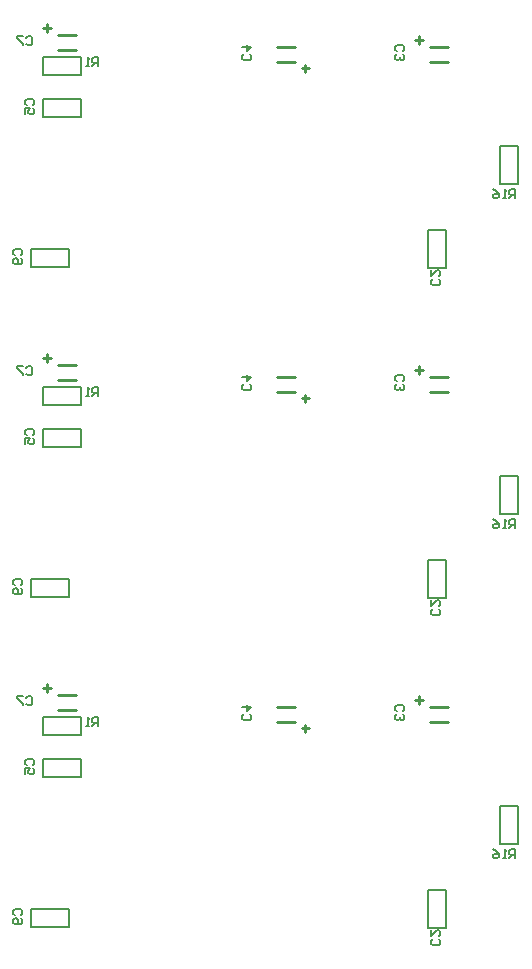
<source format=gbo>
%FSLAX24Y24*%
%MOIN*%
G70*
G01*
G75*
G04 Layer_Color=32896*
%ADD10R,0.0320X0.0360*%
%ADD11O,0.0236X0.0866*%
%ADD12R,0.0385X0.0520*%
%ADD13R,0.0360X0.0320*%
%ADD14R,0.0800X0.0260*%
%ADD15C,0.0250*%
%ADD16C,0.1250*%
%ADD17C,0.0591*%
%ADD18R,0.0591X0.0591*%
%ADD19R,0.0591X0.0591*%
%ADD20C,0.0500*%
%ADD21R,0.0600X0.0600*%
%ADD22C,0.0100*%
%ADD23C,0.0098*%
%ADD24C,0.0080*%
%ADD25C,0.0079*%
%ADD26C,0.0050*%
%ADD27R,0.0400X0.0440*%
%ADD28O,0.0316X0.0946*%
%ADD29R,0.0465X0.0600*%
%ADD30R,0.0440X0.0400*%
%ADD31R,0.0880X0.0340*%
%ADD32C,0.1330*%
%ADD33C,0.0671*%
%ADD34R,0.0671X0.0671*%
%ADD35R,0.0671X0.0671*%
%ADD36C,0.0580*%
%ADD37R,0.0680X0.0680*%
D22*
X30296Y25798D02*
X30896D01*
X30296Y26298D02*
X30896D01*
X29946Y26398D02*
Y26648D01*
X29821Y26523D02*
X30071D01*
X42696Y25398D02*
X43296D01*
X42696Y25898D02*
X43296D01*
X42346Y25998D02*
Y26248D01*
X42221Y26123D02*
X42471D01*
X37604Y25902D02*
X38204D01*
X37604Y25402D02*
X38204D01*
X38554Y25052D02*
Y25302D01*
X38429Y25177D02*
X38679D01*
X30296Y36798D02*
X30896D01*
X30296Y37298D02*
X30896D01*
X29946Y37398D02*
Y37648D01*
X29821Y37523D02*
X30071D01*
X42696Y36398D02*
X43296D01*
X42696Y36898D02*
X43296D01*
X42346Y36998D02*
Y37248D01*
X42221Y37123D02*
X42471D01*
X37604Y36902D02*
X38204D01*
X37604Y36402D02*
X38204D01*
X38554Y36052D02*
Y36302D01*
X38429Y36177D02*
X38679D01*
X30296Y47798D02*
X30896D01*
X30296Y48298D02*
X30896D01*
X29946Y48398D02*
Y48648D01*
X29821Y48523D02*
X30071D01*
X42696Y47398D02*
X43296D01*
X42696Y47898D02*
X43296D01*
X42346Y47998D02*
Y48248D01*
X42221Y48123D02*
X42471D01*
X37604Y47902D02*
X38204D01*
X37604Y47402D02*
X38204D01*
X38554Y47052D02*
Y47302D01*
X38429Y47177D02*
X38679D01*
D24*
X29420Y18550D02*
Y19150D01*
Y18550D02*
X30680D01*
X29420Y19150D02*
X30680D01*
Y18550D02*
Y19150D01*
X31080Y24950D02*
Y25550D01*
X29820D02*
X31080D01*
X29820Y24950D02*
X31080D01*
X29820D02*
Y25550D01*
X45050Y21320D02*
X45650D01*
Y22580D01*
X45050Y21320D02*
Y22580D01*
X45650D01*
X42650Y19780D02*
X43250D01*
X42650Y18520D02*
Y19780D01*
X43250Y18520D02*
Y19780D01*
X42650Y18520D02*
X43250D01*
X29820Y23550D02*
Y24150D01*
Y23550D02*
X31080D01*
X29820Y24150D02*
X31080D01*
Y23550D02*
Y24150D01*
X29420Y29550D02*
Y30150D01*
Y29550D02*
X30680D01*
X29420Y30150D02*
X30680D01*
Y29550D02*
Y30150D01*
X31080Y35950D02*
Y36550D01*
X29820D02*
X31080D01*
X29820Y35950D02*
X31080D01*
X29820D02*
Y36550D01*
X45050Y32320D02*
X45650D01*
Y33580D01*
X45050Y32320D02*
Y33580D01*
X45650D01*
X42650Y30780D02*
X43250D01*
X42650Y29520D02*
Y30780D01*
X43250Y29520D02*
Y30780D01*
X42650Y29520D02*
X43250D01*
X29820Y34550D02*
Y35150D01*
Y34550D02*
X31080D01*
X29820Y35150D02*
X31080D01*
Y34550D02*
Y35150D01*
X29420Y40550D02*
Y41150D01*
Y40550D02*
X30680D01*
X29420Y41150D02*
X30680D01*
Y40550D02*
Y41150D01*
X31080Y46950D02*
Y47550D01*
X29820D02*
X31080D01*
X29820Y46950D02*
X31080D01*
X29820D02*
Y47550D01*
X45050Y43320D02*
X45650D01*
Y44580D01*
X45050Y43320D02*
Y44580D01*
X45650D01*
X42650Y41780D02*
X43250D01*
X42650Y40520D02*
Y41780D01*
X43250Y40520D02*
Y41780D01*
X42650Y40520D02*
X43250D01*
X29820Y45550D02*
Y46150D01*
Y45550D02*
X31080D01*
X29820Y46150D02*
X31080D01*
Y45550D02*
Y46150D01*
D26*
X28875Y18945D02*
X28825Y18995D01*
Y19095D01*
X28875Y19145D01*
X29075D01*
X29125Y19095D01*
Y18995D01*
X29075Y18945D01*
Y18845D02*
X29125Y18795D01*
Y18695D01*
X29075Y18645D01*
X28875D01*
X28825Y18695D01*
Y18795D01*
X28875Y18845D01*
X28925D01*
X28975Y18795D01*
Y18645D01*
X45550Y20850D02*
Y21150D01*
X45400D01*
X45350Y21100D01*
Y21000D01*
X45400Y20950D01*
X45550D01*
X45450D02*
X45350Y20850D01*
X45250D02*
X45150D01*
X45200D01*
Y21150D01*
X45250Y21100D01*
X44800Y21150D02*
X44900Y21100D01*
X45000Y21000D01*
Y20900D01*
X44950Y20850D01*
X44850D01*
X44800Y20900D01*
Y20950D01*
X44850Y21000D01*
X45000D01*
X31650Y25250D02*
Y25550D01*
X31500D01*
X31450Y25500D01*
Y25400D01*
X31500Y25350D01*
X31650D01*
X31550D02*
X31450Y25250D01*
X31350D02*
X31250D01*
X31300D01*
Y25550D01*
X31350Y25500D01*
X29250Y26200D02*
X29300Y26250D01*
X29400D01*
X29450Y26200D01*
Y26000D01*
X29400Y25950D01*
X29300D01*
X29250Y26000D01*
X29150Y26250D02*
X28950D01*
Y26200D01*
X29150Y26000D01*
Y25950D01*
X29275Y23945D02*
X29225Y23995D01*
Y24095D01*
X29275Y24145D01*
X29475D01*
X29525Y24095D01*
Y23995D01*
X29475Y23945D01*
X29225Y23645D02*
Y23845D01*
X29375D01*
X29325Y23745D01*
Y23695D01*
X29375Y23645D01*
X29475D01*
X29525Y23695D01*
Y23795D01*
X29475Y23845D01*
X36700Y25650D02*
X36750Y25600D01*
Y25500D01*
X36700Y25450D01*
X36500D01*
X36450Y25500D01*
Y25600D01*
X36500Y25650D01*
X36450Y25900D02*
X36750D01*
X36600Y25750D01*
Y25950D01*
X41600Y25750D02*
X41550Y25800D01*
Y25900D01*
X41600Y25950D01*
X41800D01*
X41850Y25900D01*
Y25800D01*
X41800Y25750D01*
X41600Y25650D02*
X41550Y25600D01*
Y25500D01*
X41600Y25450D01*
X41650D01*
X41700Y25500D01*
Y25550D01*
Y25500D01*
X41750Y25450D01*
X41800D01*
X41850Y25500D01*
Y25600D01*
X41800Y25650D01*
X43000Y18150D02*
X43050Y18100D01*
Y18000D01*
X43000Y17950D01*
X42800D01*
X42750Y18000D01*
Y18100D01*
X42800Y18150D01*
X42750Y18450D02*
Y18250D01*
X42950Y18450D01*
X43000D01*
X43050Y18400D01*
Y18300D01*
X43000Y18250D01*
X28875Y29945D02*
X28825Y29995D01*
Y30095D01*
X28875Y30145D01*
X29075D01*
X29125Y30095D01*
Y29995D01*
X29075Y29945D01*
Y29845D02*
X29125Y29795D01*
Y29695D01*
X29075Y29645D01*
X28875D01*
X28825Y29695D01*
Y29795D01*
X28875Y29845D01*
X28925D01*
X28975Y29795D01*
Y29645D01*
X45550Y31850D02*
Y32150D01*
X45400D01*
X45350Y32100D01*
Y32000D01*
X45400Y31950D01*
X45550D01*
X45450D02*
X45350Y31850D01*
X45250D02*
X45150D01*
X45200D01*
Y32150D01*
X45250Y32100D01*
X44800Y32150D02*
X44900Y32100D01*
X45000Y32000D01*
Y31900D01*
X44950Y31850D01*
X44850D01*
X44800Y31900D01*
Y31950D01*
X44850Y32000D01*
X45000D01*
X31650Y36250D02*
Y36550D01*
X31500D01*
X31450Y36500D01*
Y36400D01*
X31500Y36350D01*
X31650D01*
X31550D02*
X31450Y36250D01*
X31350D02*
X31250D01*
X31300D01*
Y36550D01*
X31350Y36500D01*
X29250Y37200D02*
X29300Y37250D01*
X29400D01*
X29450Y37200D01*
Y37000D01*
X29400Y36950D01*
X29300D01*
X29250Y37000D01*
X29150Y37250D02*
X28950D01*
Y37200D01*
X29150Y37000D01*
Y36950D01*
X29275Y34945D02*
X29225Y34995D01*
Y35095D01*
X29275Y35145D01*
X29475D01*
X29525Y35095D01*
Y34995D01*
X29475Y34945D01*
X29225Y34645D02*
Y34845D01*
X29375D01*
X29325Y34745D01*
Y34695D01*
X29375Y34645D01*
X29475D01*
X29525Y34695D01*
Y34795D01*
X29475Y34845D01*
X36700Y36650D02*
X36750Y36600D01*
Y36500D01*
X36700Y36450D01*
X36500D01*
X36450Y36500D01*
Y36600D01*
X36500Y36650D01*
X36450Y36900D02*
X36750D01*
X36600Y36750D01*
Y36950D01*
X41600Y36750D02*
X41550Y36800D01*
Y36900D01*
X41600Y36950D01*
X41800D01*
X41850Y36900D01*
Y36800D01*
X41800Y36750D01*
X41600Y36650D02*
X41550Y36600D01*
Y36500D01*
X41600Y36450D01*
X41650D01*
X41700Y36500D01*
Y36550D01*
Y36500D01*
X41750Y36450D01*
X41800D01*
X41850Y36500D01*
Y36600D01*
X41800Y36650D01*
X43000Y29150D02*
X43050Y29100D01*
Y29000D01*
X43000Y28950D01*
X42800D01*
X42750Y29000D01*
Y29100D01*
X42800Y29150D01*
X42750Y29450D02*
Y29250D01*
X42950Y29450D01*
X43000D01*
X43050Y29400D01*
Y29300D01*
X43000Y29250D01*
X28875Y40945D02*
X28825Y40995D01*
Y41095D01*
X28875Y41145D01*
X29075D01*
X29125Y41095D01*
Y40995D01*
X29075Y40945D01*
Y40845D02*
X29125Y40795D01*
Y40695D01*
X29075Y40645D01*
X28875D01*
X28825Y40695D01*
Y40795D01*
X28875Y40845D01*
X28925D01*
X28975Y40795D01*
Y40645D01*
X45550Y42850D02*
Y43150D01*
X45400D01*
X45350Y43100D01*
Y43000D01*
X45400Y42950D01*
X45550D01*
X45450D02*
X45350Y42850D01*
X45250D02*
X45150D01*
X45200D01*
Y43150D01*
X45250Y43100D01*
X44800Y43150D02*
X44900Y43100D01*
X45000Y43000D01*
Y42900D01*
X44950Y42850D01*
X44850D01*
X44800Y42900D01*
Y42950D01*
X44850Y43000D01*
X45000D01*
X31650Y47250D02*
Y47550D01*
X31500D01*
X31450Y47500D01*
Y47400D01*
X31500Y47350D01*
X31650D01*
X31550D02*
X31450Y47250D01*
X31350D02*
X31250D01*
X31300D01*
Y47550D01*
X31350Y47500D01*
X29250Y48200D02*
X29300Y48250D01*
X29400D01*
X29450Y48200D01*
Y48000D01*
X29400Y47950D01*
X29300D01*
X29250Y48000D01*
X29150Y48250D02*
X28950D01*
Y48200D01*
X29150Y48000D01*
Y47950D01*
X29275Y45945D02*
X29225Y45995D01*
Y46095D01*
X29275Y46145D01*
X29475D01*
X29525Y46095D01*
Y45995D01*
X29475Y45945D01*
X29225Y45645D02*
Y45845D01*
X29375D01*
X29325Y45745D01*
Y45695D01*
X29375Y45645D01*
X29475D01*
X29525Y45695D01*
Y45795D01*
X29475Y45845D01*
X36700Y47650D02*
X36750Y47600D01*
Y47500D01*
X36700Y47450D01*
X36500D01*
X36450Y47500D01*
Y47600D01*
X36500Y47650D01*
X36450Y47900D02*
X36750D01*
X36600Y47750D01*
Y47950D01*
X41600Y47750D02*
X41550Y47800D01*
Y47900D01*
X41600Y47950D01*
X41800D01*
X41850Y47900D01*
Y47800D01*
X41800Y47750D01*
X41600Y47650D02*
X41550Y47600D01*
Y47500D01*
X41600Y47450D01*
X41650D01*
X41700Y47500D01*
Y47550D01*
Y47500D01*
X41750Y47450D01*
X41800D01*
X41850Y47500D01*
Y47600D01*
X41800Y47650D01*
X43000Y40150D02*
X43050Y40100D01*
Y40000D01*
X43000Y39950D01*
X42800D01*
X42750Y40000D01*
Y40100D01*
X42800Y40150D01*
X42750Y40450D02*
Y40250D01*
X42950Y40450D01*
X43000D01*
X43050Y40400D01*
Y40300D01*
X43000Y40250D01*
M02*

</source>
